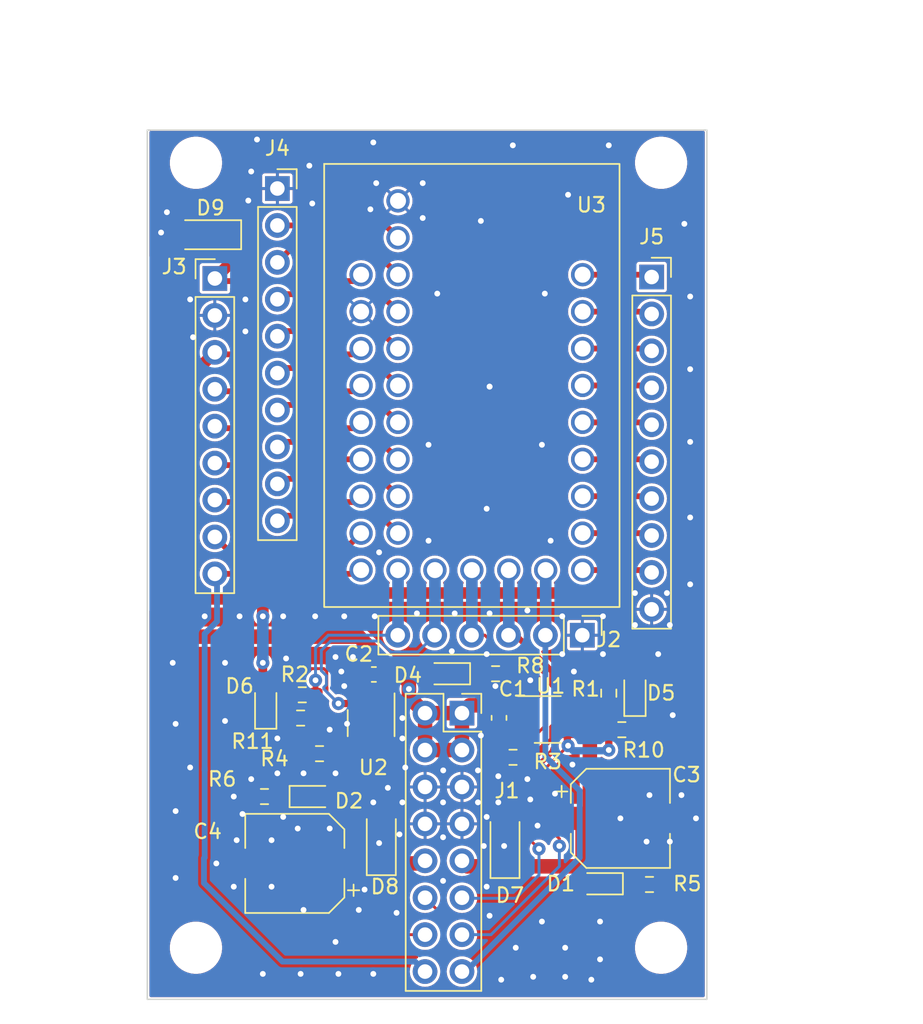
<source format=kicad_pcb>
(kicad_pcb (version 20240108) (generator "pcbnew") (generator_version "8.0")
  (layers (0 "F.Cu" signal) (31 "B.Cu" signal) (34 "B.Paste" user) (35 "F.Paste" user) (36 "B.SilkS" user "B.Silkscreen") (37 "F.SilkS" user "F.Silkscreen") (38 "B.Mask" user) (39 "F.Mask" user) (44 "Edge.Cuts" user))
  (net 0 "")
  (net 1 "VBUS")
  (net 2 "GND")
  (net 3 "VOUT1")
  (net 4 "VOUT2")
  (net 5 "Net-(D1-K)")
  (net 6 "Net-(D2-K)")
  (net 7 "Net-(U1-ILIM)")
  (net 8 "Net-(U2-ILIM)")
  (net 9 "Net-(D4-K)")
  (net 10 "Net-(D5-K)")
  (net 11 "Net-(D6-K)")
  (net 12 "EN1")
  (net 13 "nFLT1")
  (net 14 "EN2")
  (net 15 "nFLT2")
  (net 16 "+3.3V")
  (net 17 "Net-(J3-Pin_4)")
  (net 18 "Net-(J3-Pin_5)")
  (net 19 "Net-(J3-Pin_6)")
  (net 20 "Net-(J3-Pin_7)")
  (net 21 "Net-(J3-Pin_8)")
  (net 22 "BTN1")
  (net 23 "Net-(J4-Pin_2)")
  (net 24 "Net-(J4-Pin_3)")
  (net 25 "Net-(J4-Pin_4)")
  (net 26 "Net-(J4-Pin_5)")
  (net 27 "Net-(J4-Pin_6)")
  (net 28 "Net-(J4-Pin_7)")
  (net 29 "Net-(J4-Pin_8)")
  (net 30 "Net-(J4-Pin_9)")
  (net 31 "Net-(J4-Pin_10)")
  (net 32 "Net-(J5-Pin_1)")
  (net 33 "Net-(J5-Pin_2)")
  (net 34 "Net-(J5-Pin_3)")
  (net 35 "Net-(J5-Pin_4)")
  (net 36 "Net-(J5-Pin_5)")
  (net 37 "Net-(J5-Pin_6)")
  (net 38 "Net-(J5-Pin_7)")
  (net 39 "Net-(J5-Pin_8)")
  (net 40 "Net-(J5-Pin_9)")
  (net 41 "BTN2")
  (net 42 "Net-(D9-K)")
  (footprint "Capacitor_SMD:CP_Elec_6.3x7.7" (layer "F.Cu") (at 66.8 114.2 180)
    (property "Reference" "C4")
    (property "Value" "120 uF")
  )
  (footprint "LED_SMD:LED_0603_1608Metric_Pad1.05x0.95mm_HandSolder" (layer "F.Cu") (at 87.7125 115.6 180)
    (property "Reference" "D1")
    (property "Value" "LED")
  )
  (footprint "Package_TO_SOT_SMD:SOT-23-6_Handsoldering" (layer "F.Cu") (at 72.05 104.55 -90)
    (property "Reference" "U2")
    (property "Value" "~")
  )
  (footprint "Capacitor_SMD:CP_Elec_6.3x7.7" (layer "F.Cu") (at 89.2 111.1)
    (property "Reference" "C3")
    (property "Value" "120 uF")
  )
  (footprint "Resistor_SMD:R_0603_1608Metric_Pad0.98x0.95mm_HandSolder" (layer "F.Cu") (at 80.6125 101.15)
    (property "Reference" "R8")
    (property "Value" "240")
  )
  (footprint "Resistor_SMD:R_0603_1608Metric_Pad0.98x0.95mm_HandSolder" (layer "F.Cu") (at 67.2 104.2)
    (property "Reference" "R11")
    (property "Value" "240")
  )
  (footprint "Resistor_SMD:R_0603_1608Metric_Pad0.98x0.95mm_HandSolder" (layer "F.Cu") (at 67.3125 102.6)
    (property "Reference" "R2")
    (property "Value" "100k" (hide yes))
  )
  (footprint "Vedro:RP2040Zero" (layer "F.Cu") (at 78.98 81.32)
    (property "Reference" "U3")
    (property "Value" "~")
  )
  (footprint "Diode_SMD:D_SOD-123F" (layer "F.Cu") (at 81.26 113 90)
    (property "Reference" "D7")
    (property "Value" "D_TVS" (hide yes))
  )
  (footprint "Resistor_SMD:R_0603_1608Metric_Pad0.98x0.95mm_HandSolder" (layer "F.Cu") (at 68.5 106.65 180)
    (property "Reference" "R4")
    (property "Value" "R")
  )
  (footprint "Connector_PinSocket_2.54mm:PinSocket_1x10_P2.54mm_Vertical" (layer "F.Cu") (at 91.35 73.86)
    (property "Reference" "J5")
    (property "Value" "Conn_01x10" (hide yes))
  )
  (footprint "Package_TO_SOT_SMD:SOT-23-6_Handsoldering" (layer "F.Cu") (at 84.2 104.3)
    (property "Reference" "U1")
    (property "Value" "~")
  )
  (footprint "MountingHole:MountingHole_3.2mm_M3_ISO14580" (layer "F.Cu") (at 60 66)
    (property "Reference" "REF**" (hide yes))
    (property "Value" "MountingHole_3.2mm_M3_ISO14580")
  )
  (footprint "MountingHole:MountingHole_3.2mm_M3_ISO14580" (layer "F.Cu") (at 92 120)
    (property "Reference" "REF**" (hide yes))
    (property "Value" "MountingHole_3.2mm_M3_ISO14580")
  )
  (footprint "Capacitor_SMD:C_0603_1608Metric_Pad1.08x0.95mm_HandSolder" (layer "F.Cu") (at 80.85 104.1875 -90)
    (property "Reference" "C1")
    (property "Value" "0.1" (hide yes))
  )
  (footprint "Connector_PinHeader_2.54mm:PinHeader_1x09_P2.54mm_Vertical" (layer "F.Cu") (at 61.3 73.96)
    (property "Reference" "J3")
    (property "Value" "Conn_01x09")
  )
  (footprint "Connector_PinSocket_2.54mm:PinSocket_1x10_P2.54mm_Vertical" (layer "F.Cu") (at 65.6 67.77)
    (property "Reference" "J4")
    (property "Value" "Conn_01x10")
  )
  (footprint "Resistor_SMD:R_0603_1608Metric_Pad0.98x0.95mm_HandSolder" (layer "F.Cu") (at 88.4 102.4875 -90)
    (property "Reference" "R1")
    (property "Value" "100k" (hide yes))
  )
  (footprint "Connector_PinHeader_2.54mm:PinHeader_1x06_P2.54mm_Vertical" (layer "F.Cu") (at 86.58 98.5 -90)
    (property "Reference" "J2")
    (property "Value" "Conn_01x06" (hide yes))
  )
  (footprint "MountingHole:MountingHole_3.2mm_M3_ISO14580" (layer "F.Cu") (at 92 66)
    (property "Reference" "REF**" (hide yes))
    (property "Value" "MountingHole_3.2mm_M3_ISO14580")
  )
  (footprint "Capacitor_SMD:C_0603_1608Metric_Pad1.08x0.95mm_HandSolder" (layer "F.Cu") (at 72.2375 101.2 180)
    (property "Reference" "C2")
    (property "Value" "0.1")
  )
  (footprint "Diode_SMD:D_SOD-123F" (layer "F.Cu") (at 60.9 70.95 180)
    (property "Reference" "D9")
    (property "Value" "PMEG2020EH")
  )
  (footprint "Resistor_SMD:R_0603_1608Metric_Pad0.98x0.95mm_HandSolder" (layer "F.Cu") (at 89.3 105 180)
    (property "Reference" "R10")
    (property "Value" "240")
  )
  (footprint "MountingHole:MountingHole_3.2mm_M3_ISO14580" (layer "F.Cu") (at 60 120)
    (property "Reference" "REF**" (hide yes))
    (property "Value" "MountingHole_3.2mm_M3_ISO14580")
  )
  (footprint "Connector_PinSocket_2.54mm:PinSocket_2x08_P2.54mm_Vertical" (layer "F.Cu") (at 78.3 103.86)
    (property "Reference" "J1")
    (property "Value" "Conn_02x08_Odd_Even")
  )
  (footprint "Diode_SMD:D_SOD-123F" (layer "F.Cu") (at 72.75 112.8 90)
    (property "Reference" "D8")
    (property "Value" "D_TVS" (hide yes))
  )
  (footprint "LED_SMD:LED_0603_1608Metric_Pad1.05x0.95mm_HandSolder" (layer "F.Cu") (at 90.2 102.4 90)
    (property "Reference" "D5")
    (property "Value" "LED")
  )
  (footprint "LED_SMD:LED_0603_1608Metric_Pad1.05x0.95mm_HandSolder" (layer "F.Cu") (at 77.2 101.15 180)
    (property "Reference" "D4")
    (property "Value" "LED")
  )
  (footprint "LED_SMD:LED_0603_1608Metric_Pad1.05x0.95mm_HandSolder" (layer "F.Cu") (at 64.8 103.275 90)
    (property "Reference" "D6")
    (property "Value" "LED")
  )
  (footprint "Resistor_SMD:R_0603_1608Metric_Pad0.98x0.95mm_HandSolder" (layer "F.Cu") (at 81.8125 106.9 180)
    (property "Reference" "R3")
    (property "Value" "R")
  )
  (footprint "Resistor_SMD:R_0603_1608Metric_Pad0.98x0.95mm_HandSolder" (layer "F.Cu") (at 91.2 115.65)
    (property "Reference" "R5")
    (property "Value" "240")
  )
  (footprint "LED_SMD:LED_0603_1608Metric_Pad1.05x0.95mm_HandSolder" (layer "F.Cu") (at 68.1 109.6)
    (property "Reference" "D2")
    (property "Value" "LED")
  )
  (footprint "Resistor_SMD:R_0603_1608Metric_Pad0.98x0.95mm_HandSolder" (layer "F.Cu") (at 64.7125 109.6 180)
    (property "Reference" "R6")
    (property "Value" "240")
  )
  (gr_rect (start 56.65 63.75) (end 95.15 123.55) (stroke (width 0.1)) (fill none) (layer "Edge.Cuts"))
  (segment (start 74.65 102.2) (end 74.65 101.75) (width 1) (layer "F.Cu") (net 1))
  (segment (start 80.85 103.325) (end 78.835 103.325) (width 1) (layer "F.Cu") (net 1))
  (segment (start 59.8 98.6) (end 57.4 96.2) (width 1) (layer "F.Cu") (net 1))
  (segment (start 78.3 106.4) (end 75.76 106.4) (width 1) (layer "F.Cu") (net 1))
  (segment (start 75.76 103.86) (end 74.65 102.75) (width 1) (layer "F.Cu") (net 1))
  (segment (start 75.25 101.15) (end 74.65 101.75) (width 0.25) (layer "F.Cu") (net 1))
  (segment (start 73.1 103.175) (end 73.075 103.2) (width 1) (layer "F.Cu") (net 1))
  (segment (start 75.76 103.86) (end 78.3 103.86) (width 1) (layer "F.Cu") (net 1))
  (segment (start 80.9 103.275) (end 82.85 103.275) (width 1) (layer "F.Cu") (net 1))
  (segment (start 71.2 98.6) (end 59.8 98.6) (width 1) (layer "F.Cu") (net 1))
  (segment (start 80.85 103.325) (end 80.9 103.275) (width 1) (layer "F.Cu") (net 1))
  (segment (start 73.1 101.3) (end 73.1 103.175) (width 1) (layer "F.Cu") (net 1))
  (segment (start 57.4 73.05) (end 59.5 70.95) (width 1) (layer "F.Cu") (net 1))
  (segment (start 78.835 103.325) (end 78.3 103.86) (width 1) (layer "F.Cu") (net 1))
  (segment (start 74.65 101.75) (end 74.2 101.3) (width 1) (layer "F.Cu") (net 1))
  (segment (start 78.3 103.86) (end 78.3 106.4) (width 1) (layer "F.Cu") (net 1))
  (segment (start 76.325 101.15) (end 75.25 101.15) (width 0.25) (layer "F.Cu") (net 1))
  (segment (start 73.1 101.3) (end 73.1 100.5) (width 1) (layer "F.Cu") (net 1))
  (segment (start 74.2 101.3) (end 73.1 101.3) (width 1) (layer "F.Cu") (net 1))
  (segment (start 57.4 96.2) (end 57.4 73.05) (width 1) (layer "F.Cu") (net 1))
  (segment (start 75.76 103.86) (end 75.76 106.4) (width 1) (layer "F.Cu") (net 1))
  (segment (start 73.1 100.5) (end 71.2 98.6) (width 1) (layer "F.Cu") (net 1))
  (segment (start 74.65 102.75) (end 74.65 102.2) (width 1) (layer "F.Cu") (net 1))
  (via (at 74.65 102.2) (size 0.9) (drill 0.4) (layers "F.Cu" "B.Cu") (net 1))
  (segment (start 70.8 100.725) (end 71.375 101.3) (width 0.5) (layer "F.Cu") (net 2))
  (segment (start 82.85 104.3) (end 81.6 104.3) (width 0.6) (layer "F.Cu") (net 2))
  (segment (start 73.8 104.6) (end 72 104.6) (width 0.4) (layer "F.Cu") (net 2))
  (segment (start 72.05 104.55) (end 72.05 103.2) (width 0.5) (layer "F.Cu") (net 2))
  (segment (start 72.05 101.875) (end 72.05 103.2) (width 0.6) (layer "F.Cu") (net 2))
  (segment (start 70.8 100) (end 70.8 100.725) (width 0.5) (layer "F.Cu") (net 2))
  (segment (start 71.375 101.2) (end 72.05 101.875) (width 0.6) (layer "F.Cu") (net 2))
  (segment (start 74.2 104.2) (end 73.8 104.6) (width 0.4) (layer "F.Cu") (net 2))
  (segment (start 72 104.6) (end 72.05 104.55) (width 0.5) (layer "F.Cu") (net 2))
  (segment (start 78.37 109.01) (end 78.3 108.94) (width 1) (layer "F.Cu") (net 2))
  (segment (start 81.6 104.3) (end 80.85 105.05) (width 0.6) (layer "F.Cu") (net 2))
  (via (at 59.6 107.6) (size 0.9) (drill 0.4) (layers "F.Cu" "B.Cu") (net 2))
  (via (at 91.2 109.5) (size 0.9) (drill 0.4) (layers "F.Cu" "B.Cu") (net 2))
  (via (at 70.394801 104.59279) (size 0.9) (drill 0.4) (layers "F.Cu" "B.Cu") (net 2))
  (via (at 73.8 117.6) (size 0.9) (drill 0.4) (layers "F.Cu" "B.Cu") (net 2))
  (via (at 80.2 81.4) (size 0.9) (drill 0.4) (layers "F.Cu" "B.Cu") (net 2))
  (via (at 92.4 95.6) (size 0.9) (drill 0.4) (layers "F.Cu" "B.Cu") (net 2))
  (via (at 67.4 117.4) (size 0.9) (drill 0.4) (layers "F.Cu" "B.Cu") (net 2))
  (via (at 62 100.4) (size 0.9) (drill 0.4) (layers "F.Cu" "B.Cu") (net 2))
  (via (at 72 69.2) (size 0.9) (drill 0.4) (layers "F.Cu" "B.Cu") (net 2))
  (via (at 67.8 66.2) (size 0.9) (drill 0.4) (layers "F.Cu" "B.Cu") (net 2))
  (via (at 72.2 121.8) (size 0.9) (drill 0.4) (layers "F.Cu" "B.Cu") (net 2))
  (via (at 79.4 110) (size 0.9) (drill 0.4) (layers "F.Cu" "B.Cu") (net 2))
  (via (at 90.2 97.8) (size 0.9) (drill 0.4) (layers "F.Cu" "B.Cu") (net 2))
  (via (at 59.6 75.4) (size 0.9) (drill 0.4) (layers "F.Cu" "B.Cu") (net 2))
  (via (at 66 111) (size 0.9) (drill 0.4) (layers "F.Cu" "B.Cu") (net 2))
  (via (at 77.8 97) (size 0.9) (drill 0.4) (layers "F.Cu" "B.Cu") (net 2))
  (via (at 69.2 105) (size 0.9) (drill 0.4) (layers "F.Cu" "B.Cu") (net 2))
  (via (at 77 110) (size 0.9) (drill 0.4) (layers "F.Cu" "B.Cu") (net 2))
  (via (at 85.2 99.8) (size 0.9) (drill 0.4) (layers "F.Cu" "B.Cu") (net 2))
  (via (at 94.4 111.1) (size 0.9) (drill 0.4) (layers "F.Cu" "B.Cu") (net 2))
  (via (at 80.2 97) (size 0.9) (drill 0.4) (layers "F.Cu" "B.Cu") (net 2))
  (via (at 69.8 121.8) (size 0.9) (drill 0.4) (layers "F.Cu" "B.Cu") (net 2))
  (via (at 79.6 70) (size 0.9) (drill 0.4) (layers "F.Cu" "B.Cu") (net 2))
  (via (at 74.2 105.6) (size 0.9) (drill 0.4) (layers "F.Cu" "B.Cu") (net 2))
  (via (at 84 75) (size 0.9) (drill 0.4) (layers "F.Cu" "B.Cu") (net 2))
  (via (at 67.4 108) (size 0.9) (drill 0.4) (layers "F.Cu" "B.Cu") (net 2))
  (via (at 80 99.8) (size 0.9) (drill 0.4) (layers "F.Cu" "B.Cu") (net 2))
  (via (at 94 95) (size 0.9) (drill 0.4) (layers "F.Cu" "B.Cu") (net 2))
  (via (at 93.6 70.2) (size 0.9) (drill 0.4) (layers "F.Cu" "B.Cu") (net 2))
  (via (at 63.2 110.8) (size 0.9) (drill 0.4) (layers "F.Cu" "B.Cu") (net 2))
  (via (at 89.2 111.1) (size 0.9) (drill 0.4) (layers "F.Cu" "B.Cu") (net 2))
  (via (at 91 112.7) (size 0.9) (drill 0.4) (layers "F.Cu" "B.Cu") (net 2))
  (via (at 65.6 108) (size 0.9) (drill 0.4) (layers "F.Cu" "B.Cu") (net 2))
  (via (at 58 69.4) (size 0.9) (drill 0.4) (layers "F.Cu" "B.Cu") (net 2))
  (via (at 61.4 114.2) (size 0.9) (drill 0.4) (layers "F.Cu" "B.Cu") (net 2))
  (via (at 75.2 97) (size 0.9) (drill 0.4) (layers "F.Cu" "B.Cu") (net 2))
  (via (at 71.6 116) (size 0.9) (drill 0.4) (layers "F.Cu" "B.Cu") (net 2))
  (via (at 92.6 112.7) (size 0.9) (drill 0.4) (layers "F.Cu" "B.Cu") (net 2))
  (via (at 76 92) (size 0.9) (drill 0.4) (layers "F.Cu" "B.Cu") (net 2))
  (via (at 88 97.2) (size 0.9) (drill 0.4) (layers "F.Cu" "B.Cu") (net 2))
  (via (at 74 112.2) (size 0.9) (drill 0.4) (layers "F.Cu" "B.Cu") (net 2))
  (via (at 69.6 100) (size 0.9) (drill 0.4) (layers "F.Cu" "B.Cu") (net 2))
  (via (at 90.2 95.6) (size 0.9) (drill 0.4) (layers "F.Cu" "B.Cu") (net 2))
  (via (at 80.8 108.2) (size 0.9) (drill 0.4) (layers "F.Cu" "B.Cu") (net 2))
  (via (at 69.6 119.6) (size 0.9) (drill 0.4) (layers "F.Cu" "B.Cu") (net 2))
  (via (at 68.2 97.2) (size 0.9) (drill 0.4) (layers "F.Cu" "B.Cu") (net 2))
  (via (at 85.9 107.4) (size 0.9) (drill 0.4) (layers "F.Cu" "B.Cu") (net 2))
  (via (at 70.2 97.2) (size 0.9) (drill 0.4) (layers "F.Cu" "B.Cu") (net 2))
  (via (at 79.6 105.4) (size 0.9) (drill 0.4) (layers "F.Cu" "B.Cu") (net 2))
  (via (at 94 80.2) (size 0.9) (drill 0.4) (layers "F.Cu" "B.Cu") (net 2))
  (via (at 69.2 111.8) (size 0.9) (drill 0.4) (layers "F.Cu" "B.Cu") (net 2))
  (via (at 85.4 122) (size 0.9) (drill 0.4) (layers "F.Cu" "B.Cu") (net 2))
  (via (at 69.6 108) (size 0.9) (drill 0.4) (layers "F.Cu" "B.Cu") (net 2))
  (via (at 80.8 110) (size 0.9) (drill 0.4) (layers "F.Cu" "B.Cu") (net 2))
  (via (at 62 104.4) (size 0.9) (drill 0.4) (layers "F.Cu" "B.Cu") (net 2))
  (via (at 74.2 110) (size 0.9) (drill 0.4) (layers "F.Cu" "B.Cu") (net 2))
  (via (at 77 115.4) (size 0.9) (drill 0.4) (layers "F.Cu" "B.Cu") (net 2))
  (via (at 93.4 109.5) (size 0.9) (drill 0.4) (layers "F.Cu" "B.Cu") (net 2))
  (via (at 80.2 117.8) (size 0.9) (drill 0.4) (layers "F.Cu" "B.Cu") (net 2))
  (via (at 64.6 121.8) (size 0.9) (drill 0.4) (layers "F.Cu" "B.Cu") (net 2))
  (via (at 79.4 107.8) (size 0.9) (drill 0.4) (layers "F.Cu" "B.Cu") (net 2))
  (via (at 73.2 109) (size 0.9) (drill 0.4) (layers "F.Cu" "B.Cu") (net 2))
  (via (at 94 85.2) (size 0.9) (drill 0.4) (layers "F.Cu" "B.Cu") (net 2))
  (via (at 62.8 112.6) (size 0.9) (drill 0.4) (layers "F.Cu" "B.Cu") (net 2))
  (via (at 83.8 85.4) (size 0.9) (drill 0.4) (layers "F.Cu" "B.Cu") (net 2))
  (via (at 66.2 100.1) (size 0.9) (drill 0.4) (layers "F.Cu" "B.Cu") (net 2))
  (via (at 65.2 115.8) (size 0.9) (drill 0.4) (layers "F.Cu" "B.Cu") (net 2))
  (via (at 77.6 99.6) (size 0.9) (drill 0.4) (layers "F.Cu" "B.Cu") (net 2))
  (via (at 63.8 108.4) (size 0.9) (drill 0.4) (layers "F.Cu" "B.Cu") (net 2))
  (via (at 81.2 113) (size 0.9) (drill 0.4) (layers "F.Cu" "B.Cu") (net 2))
  (via (at 81 122.2) (size 0.9) (drill 0.4) (layers "F.Cu" "B.Cu") (net 2))
  (via (at 62.6 115.8) (size 0.9) (drill 0.4) (layers "F.Cu" "B.Cu") (net 2))
  (via (at 66 97.2) (size 0.9) (drill 0.4) (layers "F.Cu" "B.Cu") (net 2))
  (via (at 84.4 92) (size 0.9) (drill 0.4) (layers "F.Cu" "B.Cu") (net 2))
  (via (at 94 75.2) (size 0.9) (drill 0.4) (layers "F.Cu" "B.Cu") (net 2))
  (via (at 79.8 113) (size 0.9) (drill 0.4) (layers "F.Cu" "B.Cu") (net 2))
  (via (at 72.4 67.4) (size 0.9) (drill 0.4) (layers "F.Cu" "B.Cu") (net 2))
  (via (at 94 90.4) (size 0.9) (drill 0.4) (layers "F.Cu" "B.Cu") (net 2))
  (via (at 58.6 115.2) (size 0.9) (drill 0.4) (layers "F.Cu" "B.Cu") (net 2))
  (via (at 86 101) (size 0.9) (drill 0.4) (layers "F.Cu" "B.Cu") (net 2))
  (via (at 72.3 97.2) (size 0.9) (drill 0.4) (layers "F.Cu" "B.Cu") (net 2))
  (via (at 84.7 109.4) (size 0.9) (drill 0.4) (layers "F.Cu" "B.Cu") (net 2))
  (via (at 85.4 120) (size 0.9) (drill 0.4) (layers "F.Cu" "B.Cu") (net 2))
  (via (at 58.6 104.6) (size 0.9) (drill 0.4) (layers "F.Cu" "B.Cu") (net 2))
  (via (at 68 68.8) (size 0.9) (drill 0.4) (layers "F.Cu" "B.Cu") (net 2))
  (via (at 88.4 64.8) (size 0.9) (drill 0.4) (layers "F.Cu" "B.Cu") (net 2))
  (via (at 87.2 122.2) (size 0.9) (drill 0.4) (layers "F.Cu" "B.Cu") (net 2))
  (via (at 63.4 77.6) (size 0.9) (drill 0.4) (layers "F.Cu" "B.Cu") (net 2))
  (via (at 82.8 108.4) (size 0.9) (drill 0.4) (layers "F.Cu" "B.Cu") (net 2))
  (via (at 80 89.8) (size 0.9) (drill 0.4) (layers "F.Cu" "B.Cu") (net 2))
  (via (at 92.8 104) (size 0.9) (drill 0.4) (layers "F.Cu" "B.Cu") (net 2))
  (via (at 70.2 102) (size 0.9) (drill 0.4) (layers "F.Cu" "B.Cu") (net 2))
  (via (at 80.6 102) (size 0.9) (drill 0.4) (layers "F.Cu" "B.Cu") (net 2))
  (via (at 82 120) (size 0.9) (drill 0.4) (layers "F.Cu" "B.Cu") (net 2))
  (via (at 65.2 112.6) (size 0.9) (drill 0.4) (layers "F.Cu" "B.Cu") (net 2))
  (via (at 85.2 97.2) (size 0.9) (drill 0.4) (layers "F.Cu" "B.Cu") (net 2))
  (via (at 72.2 64.6) (size 0.9) (drill 0.4) (layers "F.Cu" "B.Cu") (net 2))
  (via (at 75.6 69.8) (size 0.9) (drill 0.4) (layers "F.Cu" "B.Cu") (net 2))
  (via (at 62.6 109.6) (size 0.9) (drill 0.4) (layers "F.Cu" "B.Cu") (net 2))
  (via (at 83.5 111.6) (size 0.9) (drill 0.4) (layers "F.Cu" "B.Cu") (net 2))
  (via (at 87.8 118.2) (size 0.9) (drill 0.4) (layers "F.Cu" "B.Cu") (net 2))
  (via (at 74.2 104.2) (size 0.9) (drill 0.4) (layers "F.Cu" "B.Cu") (net 2))
  (via (at 76 85.4) (size 0.9) (drill 0.4) (layers "F.Cu" "B.Cu") (net 2))
  (via (at 77.01 107.8) (size 0.9) (drill 0.4) (layers "F.Cu" "B.Cu") (net 2))
  (via (at 85.6 68.2) (size 0.9) (drill 0.4) (layers "F.Cu" "B.Cu") (net 2))
  (via (at 64.2 64.4) (size 0.9) (drill 0.4) (layers "F.Cu" "B.Cu") (net 2))
  (via (at 75.6 67.4) (size 0.9) (drill 0.4) (layers "F.Cu" "B.Cu") (net 2))
  (via (at 80.2 81.4) (size 0.9) (drill 0.4) (layers "F.Cu" "B.Cu") (net 2))
  (via (at 67 111.8) (size 0.9) (drill 0.4) (layers "F.Cu" "B.Cu") (net 2))
  (via (at 81.8 64.8) (size 0.9) (drill 0.4) (layers "F.Cu" "B.Cu") (net 2))
  (via (at 87.8 120.8) (size 0.9) (drill 0.4) (layers "F.Cu" "B.Cu") (net 2))
  (via (at 83.8 118.2) (size 0.9) (drill 0.4) (layers "F.Cu" "B.Cu") (net 2))
  (via (at 70.8 100) (size 0.9) (drill 0.4) (layers "F.Cu" "B.Cu") (net 2))
  (via (at 57.6 70.8) (size 0.9) (drill 0.4) (layers "F.Cu" "B.Cu") (net 2))
  (via (at 58.6 110.6) (size 0.9) (drill 0.4) (layers "F.Cu" "B.Cu") (net 2))
  (via (at 70 101) (size 0.9) (drill 0.4) (layers "F.Cu" "B.Cu") (net 2))
  (via (at 92.6 97.8) (size 0.9) (drill 0.4) (layers "F.Cu" "B.Cu") (net 2))
  (via (at 83 109.8) (size 0.9) (drill 0.4) (layers "F.Cu" "B.Cu") (net 2))
  (via (at 63.4 75.4) (size 0.9) (drill 0.4) (layers "F.Cu" "B.Cu") (net 2))
  (via (at 77 112.4) (size 0.9) (drill 0.4) (layers "F.Cu" "B.Cu") (net 2))
  (via (at 58.4 100.4) (size 0.9) (drill 0.4) (layers "F.Cu" "B.Cu") (net 2))
  (via (at 82.8 96.8) (size 0.9) (drill 0.4) (layers "F.Cu" "B.Cu") (net 2))
  (via (at 67.2 121.8) (size 0.9) (drill 0.4) (layers "F.Cu" "B.Cu") (net 2))
  (via (at 63 97.2) (size 0.9) (drill 0.4) (layers "F.Cu" "B.Cu") (net 2))
  (via (at 76.6 75) (size 0.9) (drill 0.4) (layers "F.Cu" "B.Cu") (net 2))
  (via (at 88 99.8) (size 0.9) (drill 0.4) (layers "F.Cu" "B.Cu") (net 2))
  (via (at 74.4 107.6) (size 0.9) (drill 0.4) (layers "F.Cu" "B.Cu") (net 2))
  (via (at 72.6 112.8) (size 0.9) (drill 0.4) (layers "F.Cu" "B.Cu") (net 2))
  (via (at 80 115.8) (size 0.9) (drill 0.4) (layers "F.Cu" "B.Cu") (net 2))
  (via (at 63.8 66.6) (size 0.9) (drill 0.4) (layers "F.Cu" "B.Cu") (net 2))
  (via (at 72.6 92.8) (size 0.9) (drill 0.4) (layers "F.Cu" "B.Cu") (net 2))
  (via (at 83.2 122) (size 0.9) (drill 0.4) (layers "F.Cu" "B.Cu") (net 2))
  (via (at 71.2 117.4) (size 0.9) (drill 0.4) (layers "F.Cu" "B.Cu") (net 2))
  (via (at 80 111) (size 0.9) (drill 0.4) (layers "F.Cu" "B.Cu") (net 2))
  (via (at 60.6 97.2) (size 0.9) (drill 0.4) (layers "F.Cu" "B.Cu") (net 2))
  (via (at 65.6 105.6) (size 0.9) (drill 0.4) (layers "F.Cu" "B.Cu") (net 2))
  (via (at 63.6 68.6) (size 0.9) (drill 0.4) (layers "F.Cu" "B.Cu") (net 2))
  (via (at 59.8 78) (size 0.9) (drill 0.4) (layers "F.Cu" "B.Cu") (net 2))
  (via (at 83 101.6) (size 0.9) (drill 0.4) (layers "F.Cu" "B.Cu") (net 2))
  (via (at 72.2 110) (size 0.9) (drill 0.4) (layers "F.Cu" "B.Cu") (net 2))
  (via (at 91.8 99.8) (size 0.9) (drill 0.4) (layers "F.Cu" "B.Cu") (net 2))
  (segment (start 86.5 114.4) (end 86.5 115.2625) (width 0.8) (layer "F.Cu") (net 3))
  (segment (start 86.705 103.35) (end 87.1 103.745) (width 1) (layer "F.Cu") (net 3))
  (segment (start 78.68 114.4) (end 78.3 114.02) (width 1) (layer "F.Cu") (net 3))
  (segment (start 86.5 115.2625) (end 86.8375 115.6) (width 0.8) (layer "F.Cu") (net 3))
  (segment (start 87.1 110.5) (end 86.5 111.1) (width 1) (layer "F.Cu") (net 3))
  (segment (start 81.26 114.4) (end 78.68 114.4) (width 1) (layer "F.Cu") (net 3))
  (segment (start 81.26 114.4) (end 86.5 114.4) (width 1) (layer "F.Cu") (net 3))
  (segment (start 87.1 103.745) (end 87.1 110.5) (width 1) (layer "F.Cu") (net 3))
  (segment (start 85.55 103.35) (end 86.705 103.35) (width 0.8) (layer "F.Cu") (net 3))
  (segment (start 86.5 111.1) (end 86.5 114.4) (width 0.8) (layer "F.Cu") (net 3))
  (segment (start 72.34099 107.6) (end 72.270495 107.6) (width 0.8) (layer "F.Cu") (net 4))
  (segment (start 72.75 114.2) (end 75.58 114.2) (width 1) (layer "F.Cu") (net 4))
  (segment (start 70.6 109.270495) (end 70.6 113.1) (width 1) (layer "F.Cu") (net 4))
  (segment (start 73 107.6) (end 72.34099 107.6) (width 0.8) (layer "F.Cu") (net 4))
  (segment (start 70.270495 109.6) (end 70.6 109.270495) (width 0.8) (layer "F.Cu") (net 4))
  (segment (start 75.58 114.2) (end 75.76 114.02) (width 1) (layer "F.Cu") (net 4))
  (segment (start 70.6 113.1) (end 69.5 114.2) (width 1) (layer "F.Cu") (net 4))
  (segment (start 72.270495 107.6) (end 70.6 109.270495) (width 0.8) (layer "F.Cu") (net 4))
  (segment (start 72.75 114.2) (end 69.5 114.2) (width 1) (layer "F.Cu") (net 4))
  (segment (start 73 107.6) (end 73 105.9) (width 0.8) (layer "F.Cu") (net 4))
  (segment (start 68.975 109.6) (end 70.270495 109.6) (width 0.8) (layer "F.Cu") (net 4))
  (segment (start 90.2375 115.6) (end 90.2875 115.65) (width 0.6) (layer "F.Cu") (net 5))
  (segment (start 88.5875 115.6) (end 90.2375 115.6) (width 0.6) (layer "F.Cu") (net 5))
  (segment (start 65.625 109.6) (end 67.225 109.6) (width 0.4) (layer "F.Cu") (net 6))
  (segment (start 82.725 106.9) (end 83.2125 106.9) (width 0.5) (layer "F.Cu") (net 7))
  (segment (start 84.4 105.7125) (end 84.4 104.8) (width 0.2) (layer "F.Cu") (net 7))
  (segment (start 83.95 106.1625) (end 84.4 105.7125) (width 0.3) (layer "F.Cu") (net 7))
  (segment (start 83.2125 106.9) (end 83.95 106.1625) (width 0.5) (layer "F.Cu") (net 7))
  (segment (start 84.4 104.8) (end 84.9 104.3) (width 0.2) (layer "F.Cu") (net 7))
  (segment (start 84.9 104.3) (end 85.55 104.3) (width 0.2) (layer "F.Cu") (net 7))
  (segment (start 71.975 106.8) (end 71.725 107.05) (width 0.3) (layer "F.Cu") (net 8))
  (segment (start 72.05 105.9) (end 72.05 106.725) (width 0.4) (layer "F.Cu") (net 8))
  (segment (start 71.725 107.05) (end 69.8125 107.05) (width 0.3) (layer "F.Cu") (net 8))
  (segment (start 69.8125 107.05) (end 69.4125 106.65) (width 0.3) (layer "F.Cu") (net 8))
  (segment (start 72.05 106.725) (end 71.975 106.8) (width 0.4) (layer "F.Cu") (net 8))
  (segment (start 78.075 101.15) (end 79.7 101.15) (width 0.4) (layer "F.Cu") (net 9))
  (segment (start 90.2125 103.2875) (end 90.2 103.275) (width 0.25) (layer "F.Cu") (net 10))
  (segment (start 90.2125 105) (end 90.2125 103.2875) (width 0.25) (layer "F.Cu") (net 10))
  (segment (start 64.85 104.2) (end 64.8 104.15) (width 0.5) (layer "F.Cu") (net 11))
  (segment (start 66.4 104.2) (end 64.85 104.2) (width 0.5) (layer "F.Cu") (net 11))
  (segment (start 84 101.2) (end 82.6 99.8) (width 0.2) (layer "F.Cu") (net 12))
  (segment (start 81.173654 99.8) (end 79.873654 98.5) (width 0.2) (layer "F.Cu") (net 12))
  (segment (start 82.6 99.8) (end 81.173654 99.8) (width 0.2) (layer "F.Cu") (net 12))
  (segment (start 83.6 113.2) (end 82.6 112.2) (width 0.2) (layer "F.Cu") (net 12))
  (segment (start 81.9375 109.9375) (end 81.9375 106.1625) (width 0.2) (layer "F.Cu") (net 12))
  (segment (start 83.5 105.25) (end 84 104.75) (width 0.2) (layer "F.Cu") (net 12))
  (segment (start 82.6 110.6) (end 81.9375 109.9375) (width 0.2) (layer "F.Cu") (net 12))
  (segment (start 79.873654 98.5) (end 78.96 98.5) (width 0.2) (layer "F.Cu") (net 12))
  (segment (start 84 104.75) (end 84 101.2) (width 0.2) (layer "F.Cu") (net 12))
  (segment (start 81.9375 106.1625) (end 82.85 105.25) (width 0.2) (layer "F.Cu") (net 12))
  (segment (start 78.98 98.48) (end 78.96 98.5) (width 0.4) (layer "F.Cu") (net 12))
  (segment (start 82.6 112.2) (end 82.6 110.6) (width 0.2) (layer "F.Cu") (net 12))
  (segment (start 82.85 105.25) (end 83.5 105.25) (width 0.2) (layer "F.Cu") (net 12))
  (via (at 83.6 113.2) (size 0.9) (drill 0.4) (layers "F.Cu" "B.Cu") (net 12))
  (segment (start 78.98 94.02) (end 78.98 98.48) (width 0.8) (layer "B.Cu") (net 12))
  (segment (start 78.34 116.6) (end 78.3 116.56) (width 0.2) (layer "B.Cu") (net 12))
  (segment (start 83.6 113.2) (end 83.6 115) (width 0.2) (layer "B.Cu") (net 12))
  (segment (start 78.98 98.48) (end 78.96 98.5) (width 0.8) (layer "B.Cu") (net 12))
  (segment (start 82 116.6) (end 78.34 116.6) (width 0.2) (layer "B.Cu") (net 12))
  (segment (start 83.6 115) (end 82 116.6) (width 0.2) (layer "B.Cu") (net 12))
  (segment (start 84.5 100.992894) (end 82.007106 98.5) (width 0.4) (layer "F.Cu") (net 13))
  (segment (start 88.3875 103.4125) (end 88.4 103.4) (width 0.25) (layer "F.Cu") (net 13))
  (segment (start 88.4 105.0125) (end 88.3875 105) (width 0.5) (layer "F.Cu") (net 13))
  (segment (start 85 112.5) (end 84.4 111.9) (width 0.2) (layer "F.Cu") (net 13))
  (segment (start 83.95 107.75) (end 85.6 106.1) (width 0.2) (layer "F.Cu") (net 13))
  (segment (start 83.95 109.710661) (end 83.95 107.75) (width 0.2) (layer "F.Cu") (net 13))
  (segment (start 81.52 98.48) (end 81.5 98.5) (width 0.4) (layer "F.Cu") (net 13))
  (segment (start 85.55 105.25) (end 85.55 106.05) (width 0.5) (layer "F.Cu") (net 13))
  (segment (start 85.55 106.05) (end 85.6 106.1) (width 0.5) (layer "F.Cu") (net 13))
  (segment (start 88.4 103.4) (end 87.45 102.45) (width 0.4) (layer "F.Cu") (net 13))
  (segment (start 88.3875 105) (end 88.3875 103.4125) (width 0.25) (layer "F.Cu") (net 13))
  (segment (start 82.007106 98.5) (end 81.5 98.5) (width 0.4) (layer "F.Cu") (net 13))
  (segment (start 84.5 101.9) (end 84.5 100.992894) (width 0.4) (layer "F.Cu") (net 13))
  (segment (start 84.4 110.160661) (end 83.95 109.710661) (width 0.2) (layer "F.Cu") (net 13))
  (segment (start 87.45 102.45) (end 85.05 102.45) (width 0.4) (layer "F.Cu") (net 13))
  (segment (start 84.4 111.9) (end 84.4 110.160661) (width 0.2) (layer "F.Cu") (net 13))
  (segment (start 88.4 106.4) (end 88.4 105.0125) (width 0.5) (layer "F.Cu") (net 13))
  (segment (start 85 113) (end 85 112.5) (width 0.2) (layer "F.Cu") (net 13))
  (segment (start 85.05 102.45) (end 84.5 101.9) (width 0.4) (layer "F.Cu") (net 13))
  (via (at 85 113) (size 0.9) (drill 0.4) (layers "F.Cu" "B.Cu") (net 13))
  (via (at 85.6 106.1) (size 0.9) (drill 0.4) (layers "F.Cu" "B.Cu") (net 13))
  (via (at 88.4 106.4) (size 0.9) (drill 0.4) (layers "F.Cu" "B.Cu") (net 13))
  (segment (start 88.4 106.4) (end 88.35 106.45) (width 0.5) (layer "B.Cu") (net 13))
  (segment (start 85.95 106.45) (end 85.6 106.1) (width 0.5) (layer "B.Cu") (net 13))
  (segment (start 88.35 106.45) (end 85.95 106.45) (width 0.5) (layer "B.Cu") (net 13))
  (segment (start 81.52 94.02) (end 81.52 98.48) (width 0.8) (layer "B.Cu") (net 13))
  (segment (start 85 114.4) (end 80.3 119.1) (width 0.2) (layer "B.Cu") (net 13))
  (segment (start 81.52 98.48) (end 81.5 98.5) (width 0.8) (layer "B.Cu") (net 13))
  (segment (start 80.3 119.1) (end 78.3 119.1) (width 0.2) (layer "B.Cu") (net 13))
  (segment (start 85 113) (end 85 114.4) (width 0.2) (layer "B.Cu") (net 13))
  (segment (start 67.2 101.564339) (end 67.2 105.2) (width 0.2) (layer "F.Cu") (net 14))
  (segment (start 64.8375 110.971814) (end 67.05 113.184314) (width 0.2) (layer "F.Cu") (net 14))
  (segment (start 69 102.120778) (end 69 101) (width 0.2) (layer "F.Cu") (net 14))
  (segment (start 67.2 105.2) (end 64.8375 107.5625) (width 0.2) (layer "F.Cu") (net 14))
  (segment (start 71.334314 119.5) (end 74.533654 119.5) (width 0.2) (layer "F.Cu") (net 14))
  (segment (start 68.8 100.8) (end 67.964339 100.8) (width 0.2) (layer "F.Cu") (net 14))
  (segment (start 76.236346 120.25) (end 77 119.486346) (width 0.2) (layer "F.Cu") (net 14))
  (segment (start 69.0125 102.4125) (end 69.0125 102.133278) (width 0.2) (layer "F.Cu") (net 14))
  (segment (start 77 119.486346) (end 77 117.8) (width 0.2) (layer "F.Cu") (net 14))
  (segment (start 69 101) (end 68.8 100.8) (width 0.2) (layer "F.Cu") (net 14))
  (segment (start 76.44 98.48) (end 76.42 98.5) (width 0.4) (layer "F.Cu") (net 14))
  (segment (start 69.8 103.2) (end 69.0125 102.4125) (width 0.2) (layer "F.Cu") (net 14))
  (segment (start 67.05 113.184314) (end 67.05 115.215686) (width 0.2) (layer "F.Cu") (net 14))
  (segment (start 64.8375 107.5625) (end 64.8375 110.971814) (width 0.2) (layer "F.Cu") (net 14))
  (segment (start 77 117.8) (end 75.76 116.56) (width 0.2) (layer "F.Cu") (net 14))
  (segment (start 67.964339 100.8) (end 67.2 101.564339) (width 0.2) (layer "F.Cu") (net 14))
  (segment (start 71.1 103.2) (end 69.8 103.2) (width 0.5) (layer "F.Cu") (net 14))
  (segment (start 69.0125 102.133278) (end 69 102.120778) (width 0.2) (layer "F.Cu") (net 14))
  (segment (start 67.05 115.215686) (end 71.334314 119.5) (width 0.2) (layer "F.Cu") (net 14))
  (segment (start 74.533654 119.5) (end 75.283654 120.25) (width 0.2) (layer "F.Cu") (net 14))
  (segment (start 75.283654 120.25) (end 76.236346 120.25) (width 0.2) (layer "F.Cu") (net 14))
  (via (at 69.8 103.2) (size 0.9) (drill 0.4) (layers "F.Cu" "B.Cu") (net 14))
  (segment (start 68.8 102.2) (end 68.8 102.085661) (width 0.2) (layer "B.Cu") (net 14))
  (segment (start 68.8 102.085661) (end 68.975 101.910661) (width 0.2) (layer "B.Cu") (net 14))
  (segment (start 68.975 101.910661) (end 68.975 101.289339) (width 0.2) (layer "B.Cu") (net 14))
  (segment (start 69.265686 98.9) (end 72.653654 98.9) (width 0.2) (layer "B.Cu") (net 14))
  (segment (start 76.44 94.02) (end 76.44 98.48) (width 0.8) (layer "B.Cu") (net 14))
  (segment (start 68.975 101.289339) (end 68.625 100.939339) (width 0.2) (layer "B.Cu") (net 14))
  (segment (start 72.653654 98.9) (end 73.403654 99.65) (width 0.2) (layer "B.Cu") (net 14))
  (segment (start 69.8 103.2) (end 68.8 102.2) (width 0.2) (layer "B.Cu") (net 14))
  (segment (start 68.625 100.939339) (end 68.625 99.540686) (width 0.2) (layer "B.Cu") (net 14))
  (segment (start 76.44 98.48) (end 76.42 98.5) (width 0.8) (layer "B.Cu") (net 14))
  (segment (start 68.625 99.540686) (end 69.265686 98.9) (width 0.2) (layer "B.Cu") (net 14))
  (segment (start 73.403654 99.65) (end 75.27 99.65) (width 0.2) (layer "B.Cu") (net 14))
  (segment (start 75.27 99.65) (end 76.42 98.5) (width 0.2) (layer "B.Cu") (net 14))
  (segment (start 68.4 105.8) (end 68.4 104.375) (width 0.2) (layer "F.Cu") (net 15))
  (segment (start 68.4 104.375) (end 68.225 104.2) (width 0.2) (layer "F.Cu") (net 15))
  (segment (start 68.225 102.6) (end 68.225 104.2) (width 0.4) (layer "F.Cu") (net 15))
  (segment (start 68.4 108.883278) (end 68.15 109.133278) (width 0.2) (layer "F.Cu") (net 15))
  (segment (start 68.4 105.8) (end 68.4 108.883278) (width 0.2) (layer "F.Cu") (net 15))
  (segment (start 71.5 119.1) (end 75.76 119.1) (width 0.2) (layer "F.Cu") (net 15))
  (segment (start 70.3 105.9) (end 70.4 105.9) (width 0.2) (layer "F.Cu") (net 15))
  (segment (start 68.15 112.65) (end 67.45 113.35) (width 0.2) (layer "F.Cu") (net 15))
  (segment (start 73.9 98.48) (end 73.88 98.5) (width 0.4) (layer "F.Cu") (net 15))
  (segment (start 68.475 105.875) (end 68.4 105.8) (width 0.2) (layer "F.Cu") (net 15))
  (segment (start 67.45 115.05) (end 71.5 119.1) (width 0.2) (layer "F.Cu") (net 15))
  (segment (start 70.4 105.9) (end 70.375 105.875) (width 0.2) (layer "F.Cu") (net 15))
  (segment (start 67.45 113.35) (end 67.45 115.05) (width 0.2) (layer "F.Cu") (net 15))
  (segment (start 68.15 109.133278) (end 68.15 112.65) (width 0.2) (layer "F.Cu") (net 15))
  (segment (start 70.4 105.9) (end 71.1 105.9) (width 0.2) (layer "F.Cu") (net 15))
  (segment (start 68.225 101.6) (end 68.225 102.6) (width 0.4) (layer "F.Cu") (net 15))
  (segment (start 70.375 105.875) (end 68.475 105.875) (width 0.2) (layer "F.Cu") (net 15))
  (via (at 68.225 101.6) (size 0.9) (drill 0.4) (layers "F.Cu" "B.Cu") (net 15))
  (segment (start 73.9 98.48) (end 73.88 98.5) (width 0.8) (layer "B.Cu") (net 15))
  (segment (start 68.225 101.6) (end 68.225 99.375) (width 0.2) (layer "B.Cu") (net 15))
  (segment (start 73.9 94.02) (end 73.9 98.48) (width 0.8) (layer "B.Cu") (net 15))
  (segment (start 69.1 98.5) (end 73.88 98.5) (width 0.2) (layer "B.Cu") (net 15))
  (segment (start 68.225 99.375) (end 69.1 98.5) (width 0.2) (layer "B.Cu") (net 15))
  (segment (start 61.44 79.18) (end 70.96 79.18) (width 0.4) (layer "F.Cu") (net 16))
  (segment (start 64.6 102.2) (end 64.8 102.4) (width 0.8) (layer "F.Cu") (net 16))
  (segment (start 90.15 101.575) (end 90.2 101.525) (width 0.25) (layer "F.Cu") (net 16))
  (segment (start 65 95.6) (end 88.4 95.6) (width 0.8) (layer "F.Cu") (net 16))
  (segment (start 61.3 79.04) (end 59.4 80.94) (width 0.8) (layer "F.Cu") (net 16))
  (segment (start 64.6 100.4) (end 64.6 102.2) (width 0.6) (layer "F.Cu") (net 16))
  (segment (start 59.4 80.94) (end 59.4 95) (width 0.8) (layer "F.Cu") (net 16))
  (segment (start 66.4 102.6) (end 65 102.6) (width 0.5) (layer "F.Cu") (net 16))
  (segment (start 88.4 95.6) (end 89.05 96.25) (width 0.8) (layer "F.Cu") (net 16))
  (segment (start 64.6 96) (end 64.6 97.2) (width 0.8) (layer "F.Cu") (net 16))
  (segment (start 64.6 96) (end 65 95.6) (width 0.8) (layer "F.Cu") (net 16))
  (segment (start 61.3 79.04) (end 61.44 79.18) (width 0.4) (layer "F.Cu") (net 16))
  (segment (start 65 102.6) (end 64.8 102.4) (width 0.5) (layer "F.Cu") (net 16))
  (segment (start 70.96 79.18) (end 71.36 78.78) (width 0.4) (layer "F.Cu") (net 16))
  (segment (start 59.4 95) (end 60.4 96) (width 0.8) (layer "F.Cu") (net 16))
  (segment (start 89.05 96.25) (end 89.05 100.925) (width 0.8) (layer "F.Cu") (net 16))
  (segment (start 60.4 96) (end 64.6 96) (width 0.8) (layer "F.Cu") (net 16))
  (segment (start 88.4 101.575) (end 90.15 101.575) (width 0.25) (layer "F.Cu") (net 16))
  (segment (start 89.05 100.925) (end 88.4 101.575) (width 0.8) (layer "F.Cu") (net 16))
  (via (at 64.6 97.2) (size 0.9) (drill 0.4) (layers "F.Cu" "B.Cu") (net 16))
  (via (at 64.6 100.4) (size 0.9) (drill 0.4) (layers "F.Cu" "B.Cu") (net 16))
  (segment (start 64.6 97.2) (end 64.6 100.4) (width 0.8) (layer "B.Cu") (net 16))
  (segment (start 70.96 81.72) (end 71.36 81.32) (width 0.4) (layer "F.Cu") (net 17))
  (segment (start 61.3 81.58) (end 61.44 81.72) (width 0.4) (layer "F.Cu") (net 17))
  (segment (start 61.44 81.72) (end 70.96 81.72) (width 0.4) (layer "F.Cu") (net 17))
  (segment (start 70.96 84.26) (end 71.36 83.86) (width 0.4) (layer "F.Cu") (net 18))
  (segment (start 61.3 84.12) (end 61.44 84.26) (width 0.4) (layer "F.Cu") (net 18))
  (segment (start 61.44 84.26) (end 70.96 84.26) (width 0.4) (layer "F.Cu") (net 18))
  (segment (start 61.3 86.66) (end 61.44 86.8) (width 0.4) (layer "F.Cu") (net 19))
  (segment (start 69.7 86.8) (end 70.1 86.4) (width 0.4) (layer "F.Cu") (net 19))
  (segment (start 61.44 86.8) (end 69.7 86.8) (width 0.4) (layer "F.Cu") (net 19))
  (segment (start 70.1 86.4) (end 71.36 86.4) (width 0.4) (layer "F.Cu") (net 19))
  (segment (start 61.3 89.2) (end 61.44 89.34) (width 0.4) (layer "F.Cu") (net 20))
  (segment (start 70.96 89.34) (end 71.36 88.94) (width 0.4) (layer "F.Cu") (net 20))
  (segment (start 61.44 89.34) (end 70.96 89.34) (width 0.4) (layer "F.Cu") (net 20))
  (segment (start 61.3 91.74) (end 62.15 92.59) (width 0.4) (layer "F.Cu") (net 21))
  (segment (start 70.25 92.59) (end 71.36 91.48) (width 0.4) (layer "F.Cu") (net 21))
  (segment (start 62.15 92.59) (end 70.25 92.59) (width 0.4) (layer "F.Cu") (net 21))
  (segment (start 84.06 98.48) (end 84.04 98.5) (width 0.4) (layer "F.Cu") (net 22))
  (segment (start 78.56 121.64) (end 78.3 121.64) (width 0.4) (layer "B.Cu") (net 22))
  (segment (start 84.04 106.84) (end 86.4 109.2) (width 0.4) (layer "B.Cu") (net 22))
  (segment (start 86.4 113.8) (end 78.56 121.64) (width 0.4) (layer "B.Cu") (net 22))
  (segment (start 84.04 98.5) (end 84.04 106.84) (width 0.4) (layer "B.Cu") (net 22))
  (segment (start 84.06 94.02) (end 84.06 98.48) (width 0.8) (layer "B.Cu") (net 22))
  (segment (start 86.4 109.2) (end 86.4 113.8) (width 0.4) (layer "B.Cu") (net 22))
  (segment (start 84.06 98.48) (end 84.04 98.5) (width 0.8) (layer "B.Cu") (net 22))
  (segment (start 73.05 70.31) (end 73.9 71.16) (width 0.4) (layer "F.Cu") (net 23))
  (segment (start 65.6 70.31) (end 73.05 70.31) (width 0.4) (layer "F.Cu") (net 23))
  (segment (start 65.6 72.85) (end 66.45 72) (width 0.4) (layer "F.Cu") (net 24))
  (segment (start 72.2 72) (end 73.9 73.7) (width 0.4) (layer "F.Cu") (net 24))
  (segment (start 66.45 72) (end 72.2 72) (width 0.4) (layer "F.Cu") (net 24))
  (segment (start 72.7 75.04) (end 73.9 76.24) (width 0.4) (layer "F.Cu") (net 25))
  (segment (start 65.95 75.04) (end 72.7 75.04) (width 0.4) (layer "F.Cu") (net 25))
  (segment (start 65.6 75.39) (end 65.95 75.04) (width 0.4) (layer "F.Cu") (net 25))
  (segment (start 72.7 77.58) (end 73.9 78.78) (width 0.4) (layer "F.Cu") (net 26))
  (segment (start 65.95 77.58) (end 72.7 77.58) (width 0.4) (layer "F.Cu") (net 26))
  (segment (start 65.6 77.93) (end 65.95 77.58) (width 0.4) (layer "F.Cu") (net 26))
  (segment (start 65.6 80.47) (end 65.95 80.12) (width 0.4) (layer "F.Cu") (net 27))
  (segment (start 72.7 80.12) (end 73.9 81.32) (width 0.4) (layer "F.Cu") (net 27))
  (segment (start 65.95 80.12) (end 72.7 80.12) (width 0.4) (layer "F.Cu") (net 27))
  (segment (start 72.7 82.66) (end 73.9 83.86) (width 0.4) (layer "F.Cu") (net 28))
  (segment (start 65.95 82.66) (end 72.7 82.66) (width 0.4) (layer "F.Cu") (net 28))
  (segment (start 65.6 83.01) (end 65.95 82.66) (width 0.4) (layer "F.Cu") (net 28))
  (segment (start 65.6 85.55) (end 65.95 85.2) (width 0.4) (layer "F.Cu") (net 29))
  (segment (start 65.95 85.2) (end 72.7 85.2) (width 0.4) (layer "F.Cu") (net 29))
  (segment (start 72.7 85.2) (end 73.9 86.4) (width 0.4) (layer "F.Cu") (net 29))
  (segment (start 72.7 87.74) (end 73.9 88.94) (width 0.4) (layer "F.Cu") (net 30))
  (segment (start 65.95 87.74) (end 72.7 87.74) (width 0.4) (layer "F.Cu") (net 30))
  (segment (start 65.6 88.09) (end 65.95 87.74) (width 0.4) (layer "F.Cu") (net 30))
  (segment (start 72.7 90.28) (end 73.9 91.48) (width 0.4) (layer "F.Cu") (net 31))
  (segment (start 65.95 90.28) (end 72.7 90.28) (width 0.4) (layer "F.Cu") (net 31))
  (segment (start 65.6 90.63) (end 65.95 90.28) (width 0.4) (layer "F.Cu") (net 31))
  (segment (start 86.6 73.7) (end 91.19 73.7) (width 0.4) (layer "F.Cu") (net 32))
  (segment (start 91.19 73.7) (end 91.35 73.86) (width 0.4) (layer "F.Cu") (net 32))
  (segment (start 91.19 76.24) (end 91.35 76.4) (width 0.4) (layer "F.Cu") (net 33))
  (segment (start 86.6 76.24) (end 91.19 76.24) (width 0.4) (layer "F.Cu") (net 33))
  (segment (start 86.6 78.78) (end 91.19 78.78) (width 0.4) (layer "F.Cu") (net 34))
  (segment (start 91.19 78.78) (end 91.35 78.94) (width 0.4) (layer "F.Cu") (net 34))
  (segment (start 86.6 81.32) (end 91.19 81.32) (width 0.4) (layer "F.Cu") (net 35))
  (segment (start 91.19 81.32) (end 91.35 81.48) (width 0.4) (layer "F.Cu") (net 35))
  (segment (start 86.6 83.86) (end 91.19 83.86) (width 0.4) (layer "F.Cu") (net 36))
  (segment (start 91.19 83.86) (end 91.35 84.02) (width 0.4) (layer "F.Cu") (net 36))
  (segment (start 86.6 86.4) (end 91.19 86.4) (width 0.4) (layer "F.Cu") (net 37))
  (segment (start 91.19 86.4) (end 91.35 86.56) (width 0.4) (layer "F.Cu") (net 37))
  (segment (start 86.6 88.94) (end 91.19 88.94) (width 0.4) (layer "F.Cu") (net 38))
  (segment (start 91.19 88.94) (end 91.35 89.1) (width 0.4) (layer "F.Cu") (net 38))
  (segment (start 86.6 91.48) (end 91.19 91.48) (width 0.4) (layer "F.Cu") (net 39))
  (segment (start 91.19 91.48) (end 91.35 91.64) (width 0.4) (layer "F.Cu") (net 39))
  (segment (start 91.19 94.02) (end 91.35 94.18) (width 0.4) (layer "F.Cu") (net 40))
  (segment (start 86.6 94.02) (end 91.19 94.02) (width 0.4) (layer "F.Cu") (net 40))
  (segment (start 61.3 94.28) (end 71.1 94.28) (width 0.4) (layer "F.Cu") (net 41))
  (segment (start 71.1 94.28) (end 71.36 94.02) (width 0.4) (layer "F.Cu") (net 41))
  (segment (start 60.598959 98.403123) (end 61.45 97.552082) (width 0.4) (layer "B.Cu") (net 41))
  (segment (start 60.598959 107.8) (end 60.598959 113.798959) (width 0.4) (layer "B.Cu") (net 41))
  (segment (start 60.598959 113.798959) (end 60.55 113.847918) (width 0.4) (layer "B.Cu") (net 41))
  (segment (start 61.45 97.552082) (end 61.45 94.43) (width 0.4) (layer "B.Cu") (net 41))
  (segment (start 60.598959 107.633275) (end 60.598959 107.8) (width 0.4) (layer "B.Cu") (net 41))
  (segment (start 60.598959 107.8) (end 60.598959 98.403123) (width 0.4) (layer "B.Cu") (net 41))
  (segment (start 60.55 115.55) (end 65.95 120.95) (width 0.4) (layer "B.Cu") (net 41))
  (segment (start 75.07 120.95) (end 75.76 121.64) (width 0.4) (layer "B.Cu") (net 41))
  (segment (start 61.45 94.43) (end 61.3 94.28) (width 0.4) (layer "B.Cu") (net 41))
  (segment (start 60.55 113.847918) (end 60.55 115.55) (width 0.4) (layer "B.Cu") (net 41))
  (segment (start 65.95 120.95) (end 75.07 120.95) (width 0.4) (layer "B.Cu") (net 41))
  (segment (start 62.2625 71.25) (end 62.2625 72.9975) (width 0.8) (layer "F.Cu") (net 42))
  (segment (start 61.3 73.96) (end 61.48 74.14) (width 0.4) (layer "F.Cu") (net 42))
  (segment (start 62.2625 72.9975) (end 61.3 73.96) (width 0.8) (layer "F.Cu") (net 42))
  (segment (start 70.92 74.14) (end 71.36 73.7) (width 0.4) (layer "F.Cu") (net 42))
  (segment (start 61.48 74.14) (end 70.92 74.14) (width 0.4) (layer "F.Cu") (net 42))
  (zone (net 2) (net_name "GND") (layers "F&B.Cu") (connect_pads (clearance 0.2)) (min_thickness 0.2) (fill yes (thermal_gap 0.2) (thermal_bridge_width 0.2))
    (polygon (pts (xy 56.8 63.8) (xy 95 63.8) (xy 95 123.4) (xy 56.8 123.4)))
  )
)
</source>
